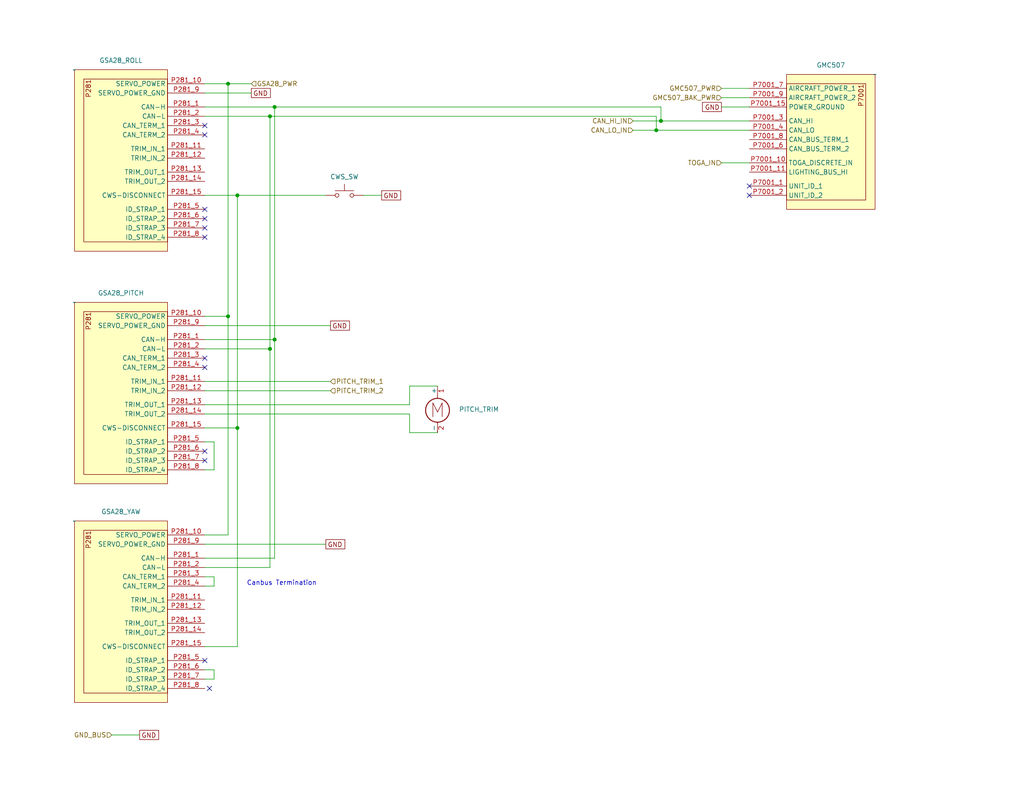
<source format=kicad_sch>
(kicad_sch (version 20250114) (generator "eeschema") (generator_version "9.0")
  (paper "USLetter")
  (title_block (title "Autopilot") (date "2025-09-08") (rev "1.0") (company "N78HR"))
  (lib_symbols
    (symbol "Motor:Motor_DC" (pin_names (offset 0))
      (property "Reference" "M" (at 2.54 2.54 0))
      (property "Value" "Motor_DC" (at 2.54 -5.08 0))
      (symbol "Motor_DC_0_0"
        (polyline (pts (xy -1.27 -3.302) (xy -1.27 0.508) (xy 0 -2.032) (xy 1.27 0.508) (xy 1.27 -3.302)))
      )
      (symbol "Motor_DC_0_1"
        (polyline (pts (xy 0 2.032) (xy 0 2.54)))
        (polyline (pts (xy 0 1.7272) (xy 0 2.0828)))
        (circle (center 0 -1.524) (radius 3.2512) (stroke (width 0.254)))
        (polyline (pts (xy 0 -4.7752) (xy 0 -5.1816)))
        (polyline (pts (xy 0 -7.62) (xy 0 -7.112)))
      )
      (symbol "Motor_DC_1_1"
        (pin passive line (at 0 5.08 270) (length 2.54) (name "+") (number "1"))
        (pin passive line (at 0 -7.62 90) (length 2.54) (name "-") (number "2"))
      )
    )
    (symbol "Switch:SW_Push" (pin_numbers (hide yes)) (pin_names (offset 1.016) (hide yes))
      (property "Reference" "SW" (at 1.27 2.54 0))
      (property "Value" "SW_Push" (at 0 -1.524 0))
      (symbol "SW_Push_0_1"
        (circle (center -2.032 0) (radius 0.508))
        (polyline (pts (xy 0 1.27) (xy 0 3.048)))
        (circle (center 2.032 0) (radius 0.508))
        (polyline (pts (xy 2.54 1.27) (xy -2.54 1.27)))
        (pin passive line (at -5.08 0 0) (length 2.54) (name "1") (number "1"))
        (pin passive line (at 5.08 0 180) (length 2.54) (name "2") (number "2"))
      )
    )
    (symbol "flyerx:Garmin_GMC507"
      (property "Reference" "GMC" (at 3.81 1.27 0))
      (symbol "Garmin_GMC507_1_1"
        (rectangle (start 0 0) (end 24.13 -36.83) (fill (type background)))
        (rectangle (start 2.54 -2.54) (end 24.13 -34.29) (fill (type background)))
        (text "P7001" (at 3.81 -2.54 900) (effects (font (size 1.27 1.27)) (justify right)))
        (pin power_in line (at 34.29 -3.81 180) (length 10.16) (name "AIRCRAFT_POWER_1") (number "P7001_7"))
        (pin power_in line (at 34.29 -6.35 180) (length 10.16) (name "AIRCRAFT_POWER_2") (number "P7001_9"))
        (pin passive line (at 34.29 -8.89 180) (length 10.16) (name "POWER_GROUND") (number "P7001_15"))
        (pin bidirectional line (at 34.29 -12.7 180) (length 10.16) (name "CAN_HI") (number "P7001_3"))
        (pin bidirectional line (at 34.29 -15.24 180) (length 10.16) (name "CAN_LO") (number "P7001_4"))
        (pin bidirectional line (at 34.29 -17.78 180) (length 10.16) (name "CAN_BUS_TERM_1") (number "P7001_8"))
        (pin bidirectional line (at 34.29 -20.32 180) (length 10.16) (name "CAN_BUS_TERM_2") (number "P7001_6"))
        (pin bidirectional line (at 34.29 -24.13 180) (length 10.16) (name "TOGA_DISCRETE_IN") (number "P7001_10"))
        (pin bidirectional line (at 34.29 -26.67 180) (length 10.16) (name "LIGHTING_BUS_HI") (number "P7001_11"))
        (pin bidirectional line (at 34.29 -30.48 180) (length 10.16) (name "UNIT_ID_1") (number "P7001_1"))
        (pin bidirectional line (at 34.29 -33.02 180) (length 10.16) (name "UNIT_ID_2") (number "P7001_2"))
      )
    )
    (symbol "flyerx:Garmin_GSA28"
      (property "Reference" "GSA" (at 3.81 1.27 0))
      (symbol "Garmin_GSA28_1_1"
        (rectangle (start 0 0) (end 25.4 -49.53) (fill (type background)))
        (rectangle (start 2.54 -2.54) (end 25.4 -46.99) (fill (type background)))
        (text "P281" (at 3.81 -2.54 900) (effects (font (size 1.27 1.27)) (justify right)))
        (pin power_in line (at 35.56 -3.81 180) (length 10.16) (name "SERVO_POWER") (number "P281_10"))
        (pin passive line (at 35.56 -6.35 180) (length 10.16) (name "SERVO_POWER_GND") (number "P281_9"))
        (pin bidirectional line (at 35.56 -10.16 180) (length 10.16) (name "CAN-H") (number "P281_1"))
        (pin bidirectional line (at 35.56 -12.7 180) (length 10.16) (name "CAN-L") (number "P281_2"))
        (pin bidirectional line (at 35.56 -15.24 180) (length 10.16) (name "CAN_TERM_1") (number "P281_3"))
        (pin bidirectional line (at 35.56 -17.78 180) (length 10.16) (name "CAN_TERM_2") (number "P281_4"))
        (pin power_in line (at 35.56 -21.59 180) (length 10.16) (name "TRIM_IN_1") (number "P281_11"))
        (pin power_in line (at 35.56 -24.13 180) (length 10.16) (name "TRIM_IN_2") (number "P281_12"))
        (pin power_out line (at 35.56 -27.94 180) (length 10.16) (name "TRIM_OUT_1") (number "P281_13"))
        (pin power_out line (at 35.56 -30.48 180) (length 10.16) (name "TRIM_OUT_2") (number "P281_14"))
        (pin bidirectional line (at 35.56 -34.29 180) (length 10.16) (name "CWS-DISCONNECT") (number "P281_15"))
        (pin bidirectional line (at 35.56 -38.1 180) (length 10.16) (name "ID_STRAP_1") (number "P281_5"))
        (pin bidirectional line (at 35.56 -40.64 180) (length 10.16) (name "ID_STRAP_2") (number "P281_6"))
        (pin bidirectional line (at 35.56 -43.18 180) (length 10.16) (name "ID_STRAP_3") (number "P281_7"))
        (pin bidirectional line (at 35.56 -45.72 180) (length 10.16) (name "ID_STRAP_4") (number "P281_8"))
      )
    )
  )
  (text "Canbus Termination" (at 67.31 160.02 0) (effects (font (size 1.27 1.27)) (justify left bottom)))
  (junction (at 62.23 86.36))
  (junction (at 180.34 33.02))
  (junction (at 62.23 22.86))
  (junction (at 74.93 92.71))
  (junction (at 73.66 95.25))
  (junction (at 64.77 116.84))
  (junction (at 74.93 29.21))
  (junction (at 73.66 31.75))
  (junction (at 64.77 53.34))
  (junction (at 179.07 35.56))
  (no_connect (at 204.47 53.34))
  (no_connect (at 55.88 62.23))
  (no_connect (at 55.88 59.69))
  (no_connect (at 55.88 97.79))
  (no_connect (at 204.47 50.8))
  (no_connect (at 55.88 34.29))
  (no_connect (at 55.88 100.33))
  (no_connect (at 55.88 123.19))
  (no_connect (at 55.88 64.77))
  (no_connect (at 55.88 57.15))
  (no_connect (at 57.15 187.96))
  (no_connect (at 55.88 36.83))
  (no_connect (at 55.88 180.34))
  (no_connect (at 55.88 125.73))
  (wire (pts (xy 55.88 157.48) (xy 58.42 157.48)))
  (wire (pts (xy 55.88 95.25) (xy 73.66 95.25)))
  (wire (pts (xy 58.42 185.42) (xy 55.88 185.42)))
  (wire (pts (xy 180.34 29.21) (xy 180.34 33.02)))
  (wire (pts (xy 55.88 53.34) (xy 64.77 53.34)))
  (wire (pts (xy 204.47 35.56) (xy 179.07 35.56)))
  (wire (pts (xy 55.88 29.21) (xy 74.93 29.21)))
  (wire (pts (xy 55.88 106.68) (xy 90.17 106.68)))
  (wire (pts (xy 58.42 160.02) (xy 55.88 160.02)))
  (wire (pts (xy 58.42 182.88) (xy 58.42 185.42)))
  (wire (pts (xy 111.76 118.11) (xy 111.76 113.03)))
  (wire (pts (xy 58.42 157.48) (xy 58.42 160.02)))
  (wire (pts (xy 55.88 152.4) (xy 74.93 152.4)))
  (wire (pts (xy 74.93 29.21) (xy 180.34 29.21)))
  (wire (pts (xy 204.47 24.13) (xy 196.85 24.13)))
  (wire (pts (xy 55.88 113.03) (xy 111.76 113.03)))
  (wire (pts (xy 179.07 31.75) (xy 179.07 35.56)))
  (wire (pts (xy 55.88 176.53) (xy 64.77 176.53)))
  (wire (pts (xy 73.66 31.75) (xy 73.66 95.25)))
  (wire (pts (xy 55.88 31.75) (xy 73.66 31.75)))
  (wire (pts (xy 55.88 146.05) (xy 62.23 146.05)))
  (wire (pts (xy 64.77 176.53) (xy 64.77 116.84)))
  (wire (pts (xy 55.88 104.14) (xy 90.17 104.14)))
  (wire (pts (xy 55.88 25.4) (xy 68.58 25.4)))
  (wire (pts (xy 74.93 29.21) (xy 74.93 92.71)))
  (wire (pts (xy 180.34 33.02) (xy 172.72 33.02)))
  (wire (pts (xy 99.06 53.34) (xy 104.14 53.34)))
  (wire (pts (xy 111.76 105.41) (xy 119.38 105.41)))
  (wire (pts (xy 73.66 154.94) (xy 55.88 154.94)))
  (wire (pts (xy 180.34 33.02) (xy 204.47 33.02)))
  (wire (pts (xy 55.88 92.71) (xy 74.93 92.71)))
  (wire (pts (xy 62.23 22.86) (xy 68.58 22.86)))
  (wire (pts (xy 64.77 116.84) (xy 64.77 53.34)))
  (wire (pts (xy 55.88 22.86) (xy 62.23 22.86)))
  (wire (pts (xy 196.85 29.21) (xy 204.47 29.21)))
  (wire (pts (xy 196.85 26.67) (xy 204.47 26.67)))
  (wire (pts (xy 64.77 53.34) (xy 88.9 53.34)))
  (wire (pts (xy 30.48 200.66) (xy 38.1 200.66)))
  (wire (pts (xy 196.85 44.45) (xy 204.47 44.45)))
  (wire (pts (xy 74.93 152.4) (xy 74.93 92.71)))
  (wire (pts (xy 55.88 110.49) (xy 111.76 110.49)))
  (wire (pts (xy 58.42 128.27) (xy 55.88 128.27)))
  (wire (pts (xy 55.88 148.59) (xy 88.9 148.59)))
  (wire (pts (xy 119.38 118.11) (xy 111.76 118.11)))
  (wire (pts (xy 179.07 35.56) (xy 172.72 35.56)))
  (wire (pts (xy 62.23 86.36) (xy 62.23 22.86)))
  (wire (pts (xy 55.88 86.36) (xy 62.23 86.36)))
  (wire (pts (xy 62.23 146.05) (xy 62.23 86.36)))
  (wire (pts (xy 55.88 120.65) (xy 58.42 120.65)))
  (wire (pts (xy 73.66 31.75) (xy 179.07 31.75)))
  (wire (pts (xy 55.88 182.88) (xy 58.42 182.88)))
  (wire (pts (xy 55.88 116.84) (xy 64.77 116.84)))
  (wire (pts (xy 73.66 95.25) (xy 73.66 154.94)))
  (wire (pts (xy 111.76 110.49) (xy 111.76 105.41)))
  (wire (pts (xy 55.88 88.9) (xy 90.17 88.9)))
  (wire (pts (xy 58.42 120.65) (xy 58.42 128.27)))
  (global_label "GND" (shape passive) (at 88.9 148.59 0) (property "Intersheetrefs" "${INTERSHEET_REFS}" (effects (hide yes))))
  (global_label "GND" (shape passive) (at 104.14 53.34 0) (property "Intersheetrefs" "${INTERSHEET_REFS}" (effects (hide yes))))
  (global_label "GND" (shape passive) (at 90.17 88.9 0) (property "Intersheetrefs" "${INTERSHEET_REFS}" (effects (hide yes))))
  (global_label "GND" (shape passive) (at 196.85 29.21 180) (property "Intersheetrefs" "${INTERSHEET_REFS}" (effects (hide yes))))
  (global_label "GND" (shape passive) (at 38.1 200.66 0) (property "Intersheetrefs" "${INTERSHEET_REFS}" (effects (hide yes))))
  (global_label "GND" (shape passive) (at 68.58 25.4 0) (property "Intersheetrefs" "${INTERSHEET_REFS}" (effects (hide yes))))
  (hierarchical_label "CAN_HI_IN" (shape input) (at 172.72 33.02 180))
  (hierarchical_label "PITCH_TRIM_1" (shape input) (at 90.17 104.14 0))
  (hierarchical_label "GMC507_PWR" (shape input) (at 196.85 24.13 180))
  (hierarchical_label "GSA28_PWR" (shape input) (at 68.58 22.86 0))
  (hierarchical_label "CAN_LO_IN" (shape input) (at 172.72 35.56 180))
  (hierarchical_label "PITCH_TRIM_2" (shape input) (at 90.17 106.68 0))
  (hierarchical_label "GMC507_BAK_PWR" (shape input) (at 196.85 26.67 180))
  (hierarchical_label "TOGA_IN" (shape input) (at 196.85 44.45 180))
  (hierarchical_label "GND_BUS" (shape input) (at 30.48 200.66 180))
  (symbol (lib_id "Switch:SW_Push") (at 93.98 53.34 0) (unit 1)
    (property "Reference" "CWS_SW" (at 93.98 48.26 0))
    (property "Value" "SW_Push" (effects (hide yes)))
  )
  (symbol (lib_id "flyerx:Garmin_GSA28") (at 20.32 19.05 0) (unit 1)
    (property "Reference" "GSA28_ROLL" (at 33.02 16.51 0))
    (property "Value" "~" (at 20.32 19.05 0))
  )
  (symbol (lib_id "flyerx:Garmin_GSA28") (at 20.32 82.55 0) (unit 1)
    (property "Reference" "GSA28_PITCH" (at 33.02 80.01 0))
    (property "Value" "~" (at 20.32 82.55 0))
  )
  (symbol (lib_id "flyerx:Garmin_GSA28") (at 20.32 142.24 0) (unit 1)
    (property "Reference" "GSA28_YAW" (at 33.02 139.7 0))
    (property "Value" "~" (at 20.32 142.24 0))
  )
  (symbol (lib_id "flyerx:Garmin_GMC507") (at 238.76 20.32 0) (mirror y) (unit 1)
    (property "Reference" "GMC507" (at 226.695 17.78 0))
    (property "Value" "~" (at 238.76 20.32 0))
  )
  (symbol (lib_id "Motor:Motor_DC") (at 119.38 110.49 0) (unit 1)
    (property "Reference" "PITCH_TRIM" (at 125.222 111.76 0) (effects (justify left)))
    (property "Value" "Motor_DC" (effects (hide yes)))
  )
)
</source>
